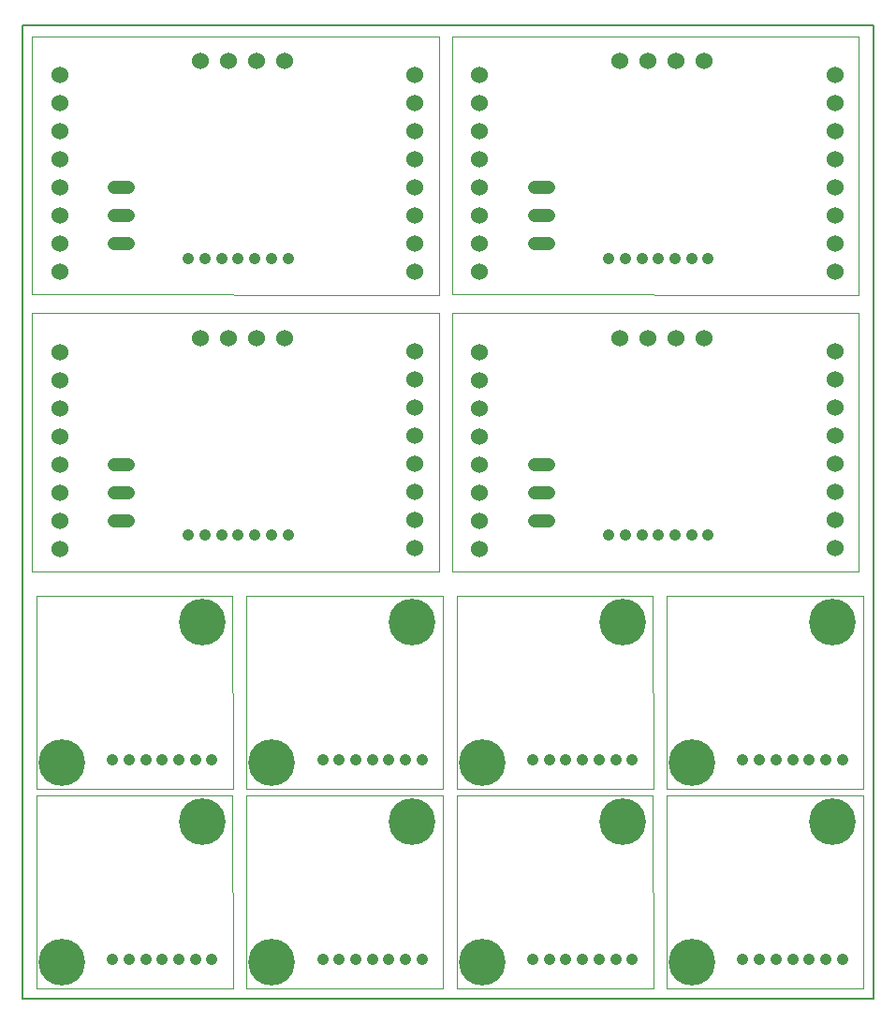
<source format=gbs>
G04 EAGLE Gerber X2 export*
%TF.Part,Single*%
%TF.FileFunction,Other,Solder Mask bottom*%
%TF.FilePolarity,Positive*%
%TF.GenerationSoftware,Autodesk,EAGLE,9.1.1*%
%TF.CreationDate,2018-08-10T14:22:37Z*%
G75*
%MOMM*%
%FSLAX34Y34*%
%LPD*%
%AMOC8*
5,1,8,0,0,1.08239X$1,22.5*%
G01*
%ADD10C,0.152400*%
%ADD11C,0.000000*%
%ADD12C,1.050000*%
%ADD13C,1.524000*%
%ADD14C,1.219200*%
%ADD15C,4.216000*%


D10*
X0Y100000D02*
X0Y980000D01*
X770000Y980000D01*
X770000Y100000D01*
X0Y100000D01*
D11*
X8908Y736480D02*
X376700Y736226D01*
X376700Y969654D01*
X8908Y969400D01*
X8908Y736480D01*
X388908Y736480D02*
X756700Y736226D01*
X756700Y969654D01*
X388908Y969400D01*
X388908Y736480D01*
X190700Y109500D02*
X12700Y109500D01*
X190700Y109500D02*
X190300Y284000D01*
X12700Y284000D01*
X12700Y109500D01*
X202700Y109500D02*
X380700Y109500D01*
X380300Y284000D01*
X202700Y284000D01*
X202700Y109500D01*
X392700Y109500D02*
X570700Y109500D01*
X570300Y284000D01*
X392700Y284000D01*
X392700Y109500D01*
X582700Y109500D02*
X760700Y109500D01*
X760300Y284000D01*
X582700Y284000D01*
X582700Y109500D01*
X190700Y289500D02*
X12700Y289500D01*
X190700Y289500D02*
X190300Y464000D01*
X12700Y464000D01*
X12700Y289500D01*
X202700Y289500D02*
X380700Y289500D01*
X380300Y464000D01*
X202700Y464000D01*
X202700Y289500D01*
X392700Y289500D02*
X570700Y289500D01*
X570300Y464000D01*
X392700Y464000D01*
X392700Y289500D01*
X582700Y289500D02*
X760700Y289500D01*
X760300Y464000D01*
X582700Y464000D01*
X582700Y289500D01*
X376700Y486226D02*
X8908Y486480D01*
X376700Y486226D02*
X376700Y719654D01*
X8908Y719400D01*
X8908Y486480D01*
X388908Y486480D02*
X756700Y486226D01*
X756700Y719654D01*
X388908Y719400D01*
X388908Y486480D01*
D12*
X150400Y769200D03*
X165400Y769200D03*
X180400Y769200D03*
X195400Y769200D03*
X210400Y769200D03*
X225400Y769200D03*
X240400Y769200D03*
D13*
X237000Y947300D03*
X211600Y947300D03*
X186200Y947300D03*
X160800Y947300D03*
X355110Y757054D03*
X355110Y782454D03*
X355110Y807854D03*
X355110Y833254D03*
X355110Y858654D03*
X355110Y884054D03*
X355110Y909454D03*
X355110Y934854D03*
X33800Y756800D03*
X33800Y782200D03*
X33800Y807600D03*
X33800Y833000D03*
X33800Y858400D03*
X33800Y883800D03*
X33800Y909200D03*
X33800Y934600D03*
D14*
X83584Y833000D02*
X95776Y833000D01*
X95776Y807600D02*
X83584Y807600D01*
X83584Y782200D02*
X95776Y782200D01*
D12*
X530400Y769200D03*
X545400Y769200D03*
X560400Y769200D03*
X575400Y769200D03*
X590400Y769200D03*
X605400Y769200D03*
X620400Y769200D03*
D13*
X617000Y947300D03*
X591600Y947300D03*
X566200Y947300D03*
X540800Y947300D03*
X735110Y757054D03*
X735110Y782454D03*
X735110Y807854D03*
X735110Y833254D03*
X735110Y858654D03*
X735110Y884054D03*
X735110Y909454D03*
X735110Y934854D03*
X413800Y756800D03*
X413800Y782200D03*
X413800Y807600D03*
X413800Y833000D03*
X413800Y858400D03*
X413800Y883800D03*
X413800Y909200D03*
X413800Y934600D03*
D14*
X463584Y833000D02*
X475776Y833000D01*
X475776Y807600D02*
X463584Y807600D01*
X463584Y782200D02*
X475776Y782200D01*
D12*
X171690Y135870D03*
X156690Y135870D03*
X141690Y135870D03*
X126690Y135870D03*
X111690Y135870D03*
X96690Y135870D03*
X81690Y135870D03*
X361690Y135870D03*
X346690Y135870D03*
X331690Y135870D03*
X316690Y135870D03*
X301690Y135870D03*
X286690Y135870D03*
X271690Y135870D03*
X551690Y135870D03*
X536690Y135870D03*
X521690Y135870D03*
X506690Y135870D03*
X491690Y135870D03*
X476690Y135870D03*
X461690Y135870D03*
X741690Y135870D03*
X726690Y135870D03*
X711690Y135870D03*
X696690Y135870D03*
X681690Y135870D03*
X666690Y135870D03*
X651690Y135870D03*
X171690Y315870D03*
X156690Y315870D03*
X141690Y315870D03*
X126690Y315870D03*
X111690Y315870D03*
X96690Y315870D03*
X81690Y315870D03*
X361690Y315870D03*
X346690Y315870D03*
X331690Y315870D03*
X316690Y315870D03*
X301690Y315870D03*
X286690Y315870D03*
X271690Y315870D03*
X551690Y315870D03*
X536690Y315870D03*
X521690Y315870D03*
X506690Y315870D03*
X491690Y315870D03*
X476690Y315870D03*
X461690Y315870D03*
X741690Y315870D03*
X726690Y315870D03*
X711690Y315870D03*
X696690Y315870D03*
X681690Y315870D03*
X666690Y315870D03*
X651690Y315870D03*
X150400Y519200D03*
X165400Y519200D03*
X180400Y519200D03*
X195400Y519200D03*
X210400Y519200D03*
X225400Y519200D03*
X240400Y519200D03*
D13*
X237000Y697300D03*
X211600Y697300D03*
X186200Y697300D03*
X160800Y697300D03*
X355110Y507054D03*
X355110Y532454D03*
X355110Y557854D03*
X355110Y583254D03*
X355110Y608654D03*
X355110Y634054D03*
X355110Y659454D03*
X355110Y684854D03*
X33800Y506800D03*
X33800Y532200D03*
X33800Y557600D03*
X33800Y583000D03*
X33800Y608400D03*
X33800Y633800D03*
X33800Y659200D03*
X33800Y684600D03*
D14*
X83584Y583000D02*
X95776Y583000D01*
X95776Y557600D02*
X83584Y557600D01*
X83584Y532200D02*
X95776Y532200D01*
D12*
X530400Y519200D03*
X545400Y519200D03*
X560400Y519200D03*
X575400Y519200D03*
X590400Y519200D03*
X605400Y519200D03*
X620400Y519200D03*
D13*
X617000Y697300D03*
X591600Y697300D03*
X566200Y697300D03*
X540800Y697300D03*
X735110Y507054D03*
X735110Y532454D03*
X735110Y557854D03*
X735110Y583254D03*
X735110Y608654D03*
X735110Y634054D03*
X735110Y659454D03*
X735110Y684854D03*
X413800Y506800D03*
X413800Y532200D03*
X413800Y557600D03*
X413800Y583000D03*
X413800Y608400D03*
X413800Y633800D03*
X413800Y659200D03*
X413800Y684600D03*
D14*
X463584Y583000D02*
X475776Y583000D01*
X475776Y557600D02*
X463584Y557600D01*
X463584Y532200D02*
X475776Y532200D01*
D15*
X35806Y133366D03*
X162806Y260366D03*
X225806Y133366D03*
X352806Y260366D03*
X415806Y133366D03*
X542806Y260366D03*
X605806Y133366D03*
X732806Y260366D03*
X35806Y313366D03*
X162806Y440366D03*
X225806Y313366D03*
X352806Y440366D03*
X415806Y313366D03*
X542806Y440366D03*
X605806Y313366D03*
X732806Y440366D03*
M02*

</source>
